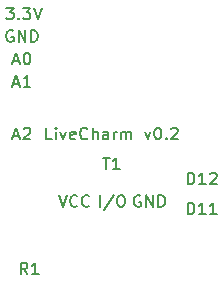
<source format=gto>
G04 #@! TF.GenerationSoftware,KiCad,Pcbnew,(6.0.6-0)*
G04 #@! TF.CreationDate,2022-07-25T17:11:54+09:00*
G04 #@! TF.ProjectId,livecharm-20220717,6c697665-6368-4617-926d-2d3230323230,rev?*
G04 #@! TF.SameCoordinates,PX68290a0PY2e063a0*
G04 #@! TF.FileFunction,Legend,Top*
G04 #@! TF.FilePolarity,Positive*
%FSLAX46Y46*%
G04 Gerber Fmt 4.6, Leading zero omitted, Abs format (unit mm)*
G04 Created by KiCad (PCBNEW (6.0.6-0)) date 2022-07-25 17:11:54*
%MOMM*%
%LPD*%
G01*
G04 APERTURE LIST*
%ADD10C,0.150000*%
%ADD11C,0.203200*%
G04 APERTURE END LIST*
D10*
X20375714Y-27122380D02*
X20375714Y-26122380D01*
X20613809Y-26122380D01*
X20756666Y-26170000D01*
X20851904Y-26265238D01*
X20899523Y-26360476D01*
X20947142Y-26550952D01*
X20947142Y-26693809D01*
X20899523Y-26884285D01*
X20851904Y-26979523D01*
X20756666Y-27074761D01*
X20613809Y-27122380D01*
X20375714Y-27122380D01*
X21899523Y-27122380D02*
X21328095Y-27122380D01*
X21613809Y-27122380D02*
X21613809Y-26122380D01*
X21518571Y-26265238D01*
X21423333Y-26360476D01*
X21328095Y-26408095D01*
X22851904Y-27122380D02*
X22280476Y-27122380D01*
X22566190Y-27122380D02*
X22566190Y-26122380D01*
X22470952Y-26265238D01*
X22375714Y-26360476D01*
X22280476Y-26408095D01*
X20375714Y-24582380D02*
X20375714Y-23582380D01*
X20613809Y-23582380D01*
X20756666Y-23630000D01*
X20851904Y-23725238D01*
X20899523Y-23820476D01*
X20947142Y-24010952D01*
X20947142Y-24153809D01*
X20899523Y-24344285D01*
X20851904Y-24439523D01*
X20756666Y-24534761D01*
X20613809Y-24582380D01*
X20375714Y-24582380D01*
X21899523Y-24582380D02*
X21328095Y-24582380D01*
X21613809Y-24582380D02*
X21613809Y-23582380D01*
X21518571Y-23725238D01*
X21423333Y-23820476D01*
X21328095Y-23868095D01*
X22280476Y-23677619D02*
X22328095Y-23630000D01*
X22423333Y-23582380D01*
X22661428Y-23582380D01*
X22756666Y-23630000D01*
X22804285Y-23677619D01*
X22851904Y-23772857D01*
X22851904Y-23868095D01*
X22804285Y-24010952D01*
X22232857Y-24582380D01*
X22851904Y-24582380D01*
D11*
X8898571Y-20772380D02*
X8422380Y-20772380D01*
X8422380Y-19772380D01*
X9231904Y-20772380D02*
X9231904Y-20105714D01*
X9231904Y-19772380D02*
X9184285Y-19820000D01*
X9231904Y-19867619D01*
X9279523Y-19820000D01*
X9231904Y-19772380D01*
X9231904Y-19867619D01*
X9612857Y-20105714D02*
X9850952Y-20772380D01*
X10089047Y-20105714D01*
X10850952Y-20724761D02*
X10755714Y-20772380D01*
X10565238Y-20772380D01*
X10470000Y-20724761D01*
X10422380Y-20629523D01*
X10422380Y-20248571D01*
X10470000Y-20153333D01*
X10565238Y-20105714D01*
X10755714Y-20105714D01*
X10850952Y-20153333D01*
X10898571Y-20248571D01*
X10898571Y-20343809D01*
X10422380Y-20439047D01*
X11898571Y-20677142D02*
X11850952Y-20724761D01*
X11708095Y-20772380D01*
X11612857Y-20772380D01*
X11470000Y-20724761D01*
X11374761Y-20629523D01*
X11327142Y-20534285D01*
X11279523Y-20343809D01*
X11279523Y-20200952D01*
X11327142Y-20010476D01*
X11374761Y-19915238D01*
X11470000Y-19820000D01*
X11612857Y-19772380D01*
X11708095Y-19772380D01*
X11850952Y-19820000D01*
X11898571Y-19867619D01*
X12327142Y-20772380D02*
X12327142Y-19772380D01*
X12755714Y-20772380D02*
X12755714Y-20248571D01*
X12708095Y-20153333D01*
X12612857Y-20105714D01*
X12470000Y-20105714D01*
X12374761Y-20153333D01*
X12327142Y-20200952D01*
X13660476Y-20772380D02*
X13660476Y-20248571D01*
X13612857Y-20153333D01*
X13517619Y-20105714D01*
X13327142Y-20105714D01*
X13231904Y-20153333D01*
X13660476Y-20724761D02*
X13565238Y-20772380D01*
X13327142Y-20772380D01*
X13231904Y-20724761D01*
X13184285Y-20629523D01*
X13184285Y-20534285D01*
X13231904Y-20439047D01*
X13327142Y-20391428D01*
X13565238Y-20391428D01*
X13660476Y-20343809D01*
X14136666Y-20772380D02*
X14136666Y-20105714D01*
X14136666Y-20296190D02*
X14184285Y-20200952D01*
X14231904Y-20153333D01*
X14327142Y-20105714D01*
X14422380Y-20105714D01*
X14755714Y-20772380D02*
X14755714Y-20105714D01*
X14755714Y-20200952D02*
X14803333Y-20153333D01*
X14898571Y-20105714D01*
X15041428Y-20105714D01*
X15136666Y-20153333D01*
X15184285Y-20248571D01*
X15184285Y-20772380D01*
X15184285Y-20248571D02*
X15231904Y-20153333D01*
X15327142Y-20105714D01*
X15470000Y-20105714D01*
X15565238Y-20153333D01*
X15612857Y-20248571D01*
X15612857Y-20772380D01*
X16755714Y-20105714D02*
X16993809Y-20772380D01*
X17231904Y-20105714D01*
X17803333Y-19772380D02*
X17898571Y-19772380D01*
X17993809Y-19820000D01*
X18041428Y-19867619D01*
X18089047Y-19962857D01*
X18136666Y-20153333D01*
X18136666Y-20391428D01*
X18089047Y-20581904D01*
X18041428Y-20677142D01*
X17993809Y-20724761D01*
X17898571Y-20772380D01*
X17803333Y-20772380D01*
X17708095Y-20724761D01*
X17660476Y-20677142D01*
X17612857Y-20581904D01*
X17565238Y-20391428D01*
X17565238Y-20153333D01*
X17612857Y-19962857D01*
X17660476Y-19867619D01*
X17708095Y-19820000D01*
X17803333Y-19772380D01*
X18565238Y-20677142D02*
X18612857Y-20724761D01*
X18565238Y-20772380D01*
X18517619Y-20724761D01*
X18565238Y-20677142D01*
X18565238Y-20772380D01*
X18993809Y-19867619D02*
X19041428Y-19820000D01*
X19136666Y-19772380D01*
X19374761Y-19772380D01*
X19470000Y-19820000D01*
X19517619Y-19867619D01*
X19565238Y-19962857D01*
X19565238Y-20058095D01*
X19517619Y-20200952D01*
X18946190Y-20772380D01*
X19565238Y-20772380D01*
D10*
X6818333Y-32202380D02*
X6485000Y-31726190D01*
X6246904Y-32202380D02*
X6246904Y-31202380D01*
X6627857Y-31202380D01*
X6723095Y-31250000D01*
X6770714Y-31297619D01*
X6818333Y-31392857D01*
X6818333Y-31535714D01*
X6770714Y-31630952D01*
X6723095Y-31678571D01*
X6627857Y-31726190D01*
X6246904Y-31726190D01*
X7770714Y-32202380D02*
X7199285Y-32202380D01*
X7485000Y-32202380D02*
X7485000Y-31202380D01*
X7389761Y-31345238D01*
X7294523Y-31440476D01*
X7199285Y-31488095D01*
X5023809Y-9612380D02*
X5642857Y-9612380D01*
X5309523Y-9993333D01*
X5452380Y-9993333D01*
X5547619Y-10040952D01*
X5595238Y-10088571D01*
X5642857Y-10183809D01*
X5642857Y-10421904D01*
X5595238Y-10517142D01*
X5547619Y-10564761D01*
X5452380Y-10612380D01*
X5166666Y-10612380D01*
X5071428Y-10564761D01*
X5023809Y-10517142D01*
X6071428Y-10517142D02*
X6119047Y-10564761D01*
X6071428Y-10612380D01*
X6023809Y-10564761D01*
X6071428Y-10517142D01*
X6071428Y-10612380D01*
X6452380Y-9612380D02*
X7071428Y-9612380D01*
X6738095Y-9993333D01*
X6880952Y-9993333D01*
X6976190Y-10040952D01*
X7023809Y-10088571D01*
X7071428Y-10183809D01*
X7071428Y-10421904D01*
X7023809Y-10517142D01*
X6976190Y-10564761D01*
X6880952Y-10612380D01*
X6595238Y-10612380D01*
X6500000Y-10564761D01*
X6452380Y-10517142D01*
X7357142Y-9612380D02*
X7690476Y-10612380D01*
X8023809Y-9612380D01*
X5635714Y-14136666D02*
X6111904Y-14136666D01*
X5540476Y-14422380D02*
X5873809Y-13422380D01*
X6207142Y-14422380D01*
X6730952Y-13422380D02*
X6826190Y-13422380D01*
X6921428Y-13470000D01*
X6969047Y-13517619D01*
X7016666Y-13612857D01*
X7064285Y-13803333D01*
X7064285Y-14041428D01*
X7016666Y-14231904D01*
X6969047Y-14327142D01*
X6921428Y-14374761D01*
X6826190Y-14422380D01*
X6730952Y-14422380D01*
X6635714Y-14374761D01*
X6588095Y-14327142D01*
X6540476Y-14231904D01*
X6492857Y-14041428D01*
X6492857Y-13803333D01*
X6540476Y-13612857D01*
X6588095Y-13517619D01*
X6635714Y-13470000D01*
X6730952Y-13422380D01*
X5588095Y-11565000D02*
X5492857Y-11517380D01*
X5350000Y-11517380D01*
X5207142Y-11565000D01*
X5111904Y-11660238D01*
X5064285Y-11755476D01*
X5016666Y-11945952D01*
X5016666Y-12088809D01*
X5064285Y-12279285D01*
X5111904Y-12374523D01*
X5207142Y-12469761D01*
X5350000Y-12517380D01*
X5445238Y-12517380D01*
X5588095Y-12469761D01*
X5635714Y-12422142D01*
X5635714Y-12088809D01*
X5445238Y-12088809D01*
X6064285Y-12517380D02*
X6064285Y-11517380D01*
X6635714Y-12517380D01*
X6635714Y-11517380D01*
X7111904Y-12517380D02*
X7111904Y-11517380D01*
X7350000Y-11517380D01*
X7492857Y-11565000D01*
X7588095Y-11660238D01*
X7635714Y-11755476D01*
X7683333Y-11945952D01*
X7683333Y-12088809D01*
X7635714Y-12279285D01*
X7588095Y-12374523D01*
X7492857Y-12469761D01*
X7350000Y-12517380D01*
X7111904Y-12517380D01*
X5635714Y-16041666D02*
X6111904Y-16041666D01*
X5540476Y-16327380D02*
X5873809Y-15327380D01*
X6207142Y-16327380D01*
X7064285Y-16327380D02*
X6492857Y-16327380D01*
X6778571Y-16327380D02*
X6778571Y-15327380D01*
X6683333Y-15470238D01*
X6588095Y-15565476D01*
X6492857Y-15613095D01*
X5635714Y-20486666D02*
X6111904Y-20486666D01*
X5540476Y-20772380D02*
X5873809Y-19772380D01*
X6207142Y-20772380D01*
X6492857Y-19867619D02*
X6540476Y-19820000D01*
X6635714Y-19772380D01*
X6873809Y-19772380D01*
X6969047Y-19820000D01*
X7016666Y-19867619D01*
X7064285Y-19962857D01*
X7064285Y-20058095D01*
X7016666Y-20200952D01*
X6445238Y-20772380D01*
X7064285Y-20772380D01*
X13208095Y-22312380D02*
X13779523Y-22312380D01*
X13493809Y-23312380D02*
X13493809Y-22312380D01*
X14636666Y-23312380D02*
X14065238Y-23312380D01*
X14350952Y-23312380D02*
X14350952Y-22312380D01*
X14255714Y-22455238D01*
X14160476Y-22550476D01*
X14065238Y-22598095D01*
X16383095Y-25535000D02*
X16287857Y-25487380D01*
X16145000Y-25487380D01*
X16002142Y-25535000D01*
X15906904Y-25630238D01*
X15859285Y-25725476D01*
X15811666Y-25915952D01*
X15811666Y-26058809D01*
X15859285Y-26249285D01*
X15906904Y-26344523D01*
X16002142Y-26439761D01*
X16145000Y-26487380D01*
X16240238Y-26487380D01*
X16383095Y-26439761D01*
X16430714Y-26392142D01*
X16430714Y-26058809D01*
X16240238Y-26058809D01*
X16859285Y-26487380D02*
X16859285Y-25487380D01*
X17430714Y-26487380D01*
X17430714Y-25487380D01*
X17906904Y-26487380D02*
X17906904Y-25487380D01*
X18145000Y-25487380D01*
X18287857Y-25535000D01*
X18383095Y-25630238D01*
X18430714Y-25725476D01*
X18478333Y-25915952D01*
X18478333Y-26058809D01*
X18430714Y-26249285D01*
X18383095Y-26344523D01*
X18287857Y-26439761D01*
X18145000Y-26487380D01*
X17906904Y-26487380D01*
X12922380Y-26487380D02*
X12922380Y-25487380D01*
X14112857Y-25439761D02*
X13255714Y-26725476D01*
X14636666Y-25487380D02*
X14827142Y-25487380D01*
X14922380Y-25535000D01*
X15017619Y-25630238D01*
X15065238Y-25820714D01*
X15065238Y-26154047D01*
X15017619Y-26344523D01*
X14922380Y-26439761D01*
X14827142Y-26487380D01*
X14636666Y-26487380D01*
X14541428Y-26439761D01*
X14446190Y-26344523D01*
X14398571Y-26154047D01*
X14398571Y-25820714D01*
X14446190Y-25630238D01*
X14541428Y-25535000D01*
X14636666Y-25487380D01*
X9461666Y-25487380D02*
X9795000Y-26487380D01*
X10128333Y-25487380D01*
X11033095Y-26392142D02*
X10985476Y-26439761D01*
X10842619Y-26487380D01*
X10747380Y-26487380D01*
X10604523Y-26439761D01*
X10509285Y-26344523D01*
X10461666Y-26249285D01*
X10414047Y-26058809D01*
X10414047Y-25915952D01*
X10461666Y-25725476D01*
X10509285Y-25630238D01*
X10604523Y-25535000D01*
X10747380Y-25487380D01*
X10842619Y-25487380D01*
X10985476Y-25535000D01*
X11033095Y-25582619D01*
X12033095Y-26392142D02*
X11985476Y-26439761D01*
X11842619Y-26487380D01*
X11747380Y-26487380D01*
X11604523Y-26439761D01*
X11509285Y-26344523D01*
X11461666Y-26249285D01*
X11414047Y-26058809D01*
X11414047Y-25915952D01*
X11461666Y-25725476D01*
X11509285Y-25630238D01*
X11604523Y-25535000D01*
X11747380Y-25487380D01*
X11842619Y-25487380D01*
X11985476Y-25535000D01*
X12033095Y-25582619D01*
M02*

</source>
